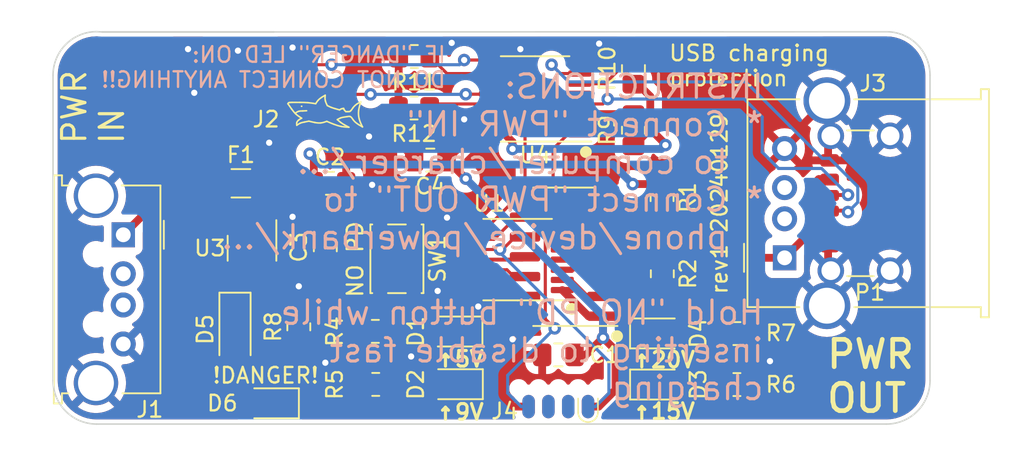
<source format=kicad_pcb>
(kicad_pcb (version 20221018) (generator pcbnew)

  (general
    (thickness 1.6)
  )

  (paper "A4")
  (layers
    (0 "F.Cu" signal)
    (31 "B.Cu" signal)
    (32 "B.Adhes" user "B.Adhesive")
    (33 "F.Adhes" user "F.Adhesive")
    (34 "B.Paste" user)
    (35 "F.Paste" user)
    (36 "B.SilkS" user "B.Silkscreen")
    (37 "F.SilkS" user "F.Silkscreen")
    (38 "B.Mask" user)
    (39 "F.Mask" user)
    (40 "Dwgs.User" user "User.Drawings")
    (41 "Cmts.User" user "User.Comments")
    (42 "Eco1.User" user "User.Eco1")
    (43 "Eco2.User" user "User.Eco2")
    (44 "Edge.Cuts" user)
    (45 "Margin" user)
    (46 "B.CrtYd" user "B.Courtyard")
    (47 "F.CrtYd" user "F.Courtyard")
    (48 "B.Fab" user)
    (49 "F.Fab" user)
    (50 "User.1" user)
    (51 "User.2" user)
    (52 "User.3" user)
    (53 "User.4" user)
    (54 "User.5" user)
    (55 "User.6" user)
    (56 "User.7" user)
    (57 "User.8" user)
    (58 "User.9" user)
  )

  (setup
    (stackup
      (layer "F.SilkS" (type "Top Silk Screen"))
      (layer "F.Paste" (type "Top Solder Paste"))
      (layer "F.Mask" (type "Top Solder Mask") (thickness 0.01))
      (layer "F.Cu" (type "copper") (thickness 0.035))
      (layer "dielectric 1" (type "core") (thickness 1.51) (material "FR4") (epsilon_r 4.5) (loss_tangent 0.02))
      (layer "B.Cu" (type "copper") (thickness 0.035))
      (layer "B.Mask" (type "Bottom Solder Mask") (thickness 0.01))
      (layer "B.Paste" (type "Bottom Solder Paste"))
      (layer "B.SilkS" (type "Bottom Silk Screen"))
      (copper_finish "HAL lead-free")
      (dielectric_constraints no)
    )
    (pad_to_mask_clearance 0)
    (pcbplotparams
      (layerselection 0x00010fc_ffffffff)
      (plot_on_all_layers_selection 0x0000000_00000000)
      (disableapertmacros false)
      (usegerberextensions false)
      (usegerberattributes true)
      (usegerberadvancedattributes true)
      (creategerberjobfile true)
      (dashed_line_dash_ratio 12.000000)
      (dashed_line_gap_ratio 3.000000)
      (svgprecision 4)
      (plotframeref false)
      (viasonmask false)
      (mode 1)
      (useauxorigin false)
      (hpglpennumber 1)
      (hpglpenspeed 20)
      (hpglpendiameter 15.000000)
      (dxfpolygonmode true)
      (dxfimperialunits true)
      (dxfusepcbnewfont true)
      (psnegative false)
      (psa4output false)
      (plotreference true)
      (plotvalue true)
      (plotinvisibletext false)
      (sketchpadsonfab false)
      (subtractmaskfromsilk false)
      (outputformat 1)
      (mirror false)
      (drillshape 0)
      (scaleselection 1)
      (outputdirectory "./gerbers/")
    )
  )

  (net 0 "")
  (net 1 "GND")
  (net 2 "VCC")
  (net 3 "/LED_5V")
  (net 4 "Net-(D1-A)")
  (net 5 "/LED_9V")
  (net 6 "Net-(D2-A)")
  (net 7 "/LED_15V")
  (net 8 "Net-(D3-A)")
  (net 9 "/LED_20V")
  (net 10 "Net-(D4-A)")
  (net 11 "Net-(D5-A)")
  (net 12 "Net-(D6-K)")
  (net 13 "VAA")
  (net 14 "unconnected-(J1-D--Pad2)")
  (net 15 "unconnected-(J1-D+-Pad3)")
  (net 16 "/CC1_UFP")
  (net 17 "/CC2_UFP")
  (net 18 "unconnected-(J3-D--Pad2)")
  (net 19 "unconnected-(J3-D+-Pad3)")
  (net 20 "unconnected-(J4-Pin_2-Pad2)")
  (net 21 "unconnected-(J4-Pin_3-Pad3)")
  (net 22 "/RX")
  (net 23 "/TX")
  (net 24 "unconnected-(J4-Pin_7-Pad7)")
  (net 25 "/UPDI")
  (net 26 "/CC_DFP")
  (net 27 "/VCONN_DFP")
  (net 28 "VDD")
  (net 29 "+4V")
  (net 30 "Net-(U4-S1B)")
  (net 31 "Net-(U4-S2B)")
  (net 32 "Net-(U4-S3B)")
  (net 33 "Net-(U4-S4B)")
  (net 34 "unconnected-(U1-PA6-Pad4)")
  (net 35 "/~{EN}")
  (net 36 "/SEL")
  (net 37 "unconnected-(U2-PA6-Pad4)")
  (net 38 "unconnected-(U3-NC-Pad4)")
  (net 39 "/CC1")
  (net 40 "/CC2")
  (net 41 "unconnected-(J4-Pin_6-Pad6)")
  (net 42 "/PDEN")

  (footprint "Resistor_SMD:R_0805_2012Metric_Pad1.20x1.40mm_HandSolder" (layer "F.Cu") (at 197.6812 72.4314))

  (footprint "Resistor_SMD:R_0805_2012Metric_Pad1.20x1.40mm_HandSolder" (layer "F.Cu") (at 192.9 68.6 -90))

  (footprint "Resistor_SMD:R_0805_2012Metric_Pad1.20x1.40mm_HandSolder" (layer "F.Cu") (at 177.0036 54.674332 180))

  (footprint "Button_Switch_SMD:SW_SPST_PTS810" (layer "F.Cu") (at 175.8876 67.6391 -90))

  (footprint "Resistor_SMD:R_0805_2012Metric_Pad1.20x1.40mm_HandSolder" (layer "F.Cu") (at 174.5061 72.2906 180))

  (footprint "LED_SMD:LED_0805_2012Metric_Pad1.15x1.40mm_HandSolder" (layer "F.Cu") (at 192.6938 72.4234))

  (footprint "usbcondom:SOIC_clipProgSmall" (layer "F.Cu") (at 186.2336 77.8612))

  (footprint "Resistor_SMD:R_0805_2012Metric_Pad1.20x1.40mm_HandSolder" (layer "F.Cu") (at 191.05 55.45 -90))

  (footprint "LED_SMD:LED_0805_2012Metric_Pad1.15x1.40mm_HandSolder" (layer "F.Cu") (at 179.5349 75.6782 180))

  (footprint "Resistor_SMD:R_0805_2012Metric_Pad1.20x1.40mm_HandSolder" (layer "F.Cu") (at 174.5315 75.6898 180))

  (footprint "usbcondom:USB_A_Multicomp_Pro_MC32603_Horizontal" (layer "F.Cu") (at 158.35 66.1 -90))

  (footprint "Package_TO_SOT_SMD:SOT-23-5" (layer "F.Cu") (at 166.6 66.9625 -90))

  (footprint "Capacitor_SMD:C_0805_2012Metric_Pad1.18x1.45mm_HandSolder" (layer "F.Cu") (at 186.2375 73.8 180))

  (footprint "Resistor_SMD:R_0805_2012Metric_Pad1.20x1.40mm_HandSolder" (layer "F.Cu") (at 176.9876 57.976332 180))

  (footprint "Package_SO:SOIC-14_3.9x8.7mm_P1.27mm" (layer "F.Cu") (at 186.575 67.51 180))

  (footprint "Capacitor_SMD:C_0805_2012Metric_Pad1.18x1.45mm_HandSolder" (layer "F.Cu") (at 178.030164 61.313532 180))

  (footprint "Fuse:Fuse_1206_3216Metric_Pad1.42x1.75mm_HandSolder" (layer "F.Cu") (at 165.8875 62.8))

  (footprint "Resistor_SMD:R_0805_2012Metric_Pad1.20x1.40mm_HandSolder" (layer "F.Cu") (at 192.8832 63.7176 -90))

  (footprint "usbcondom:shork" (layer "F.Cu") (at 171.35 58.35))

  (footprint "usbcondom:USB_C_Plug_Adafruit-4932" (layer "F.Cu") (at 162.5 57.9 180))

  (footprint "Package_SO:TSSOP-14_4.4x5mm_P0.65mm" (layer "F.Cu") (at 183.6251 67.6924 180))

  (footprint "Capacitor_SMD:C_0805_2012Metric_Pad1.18x1.45mm_HandSolder" (layer "F.Cu") (at 171.6 62.8))

  (footprint "Resistor_SMD:R_0805_2012Metric_Pad1.20x1.40mm_HandSolder" (layer "F.Cu") (at 191.05 59.4 -90))

  (footprint "Resistor_SMD:R_0805_2012Metric_Pad1.20x1.40mm_HandSolder" (layer "F.Cu") (at 197.6812 75.7))

  (footprint "Package_SO:TSSOP-16_4.4x5mm_P0.65mm" (layer "F.Cu") (at 184.745936 57.391 180))

  (footprint "Capacitor_SMD:C_0805_2012Metric_Pad1.18x1.45mm_HandSolder" (layer "F.Cu") (at 171.3 66.9 90))

  (footprint "LED_SMD:LED_0805_2012Metric_Pad1.15x1.40mm_HandSolder" (layer "F.Cu") (at 167.7458 76.9022 180))

  (footprint "Diode_SMD:D_SOD-123" (layer "F.Cu") (at 165.5106 72.1698 -90))

  (footprint "LED_SMD:LED_0805_2012Metric_Pad1.15x1.40mm_HandSolder" (layer "F.Cu") (at 179.5095 72.3 180))

  (footprint "Resistor_SMD:R_0805_2012Metric_Pad1.20x1.40mm_HandSolder" (layer "F.Cu") (at 169.6 72 90))

  (footprint "usbcondom:USB_C_Receptacle_GCT_USB4125-xx-x_6P_CircularHole_TopMnt_Horizontal" (layer "F.Cu") (at 206.7 64.08 90))

  (footprint "Connector_USB:USB_A_Molex_67643_Horizontal" (layer "F.Cu") (at 200.7372 67.5764 90))

  (footprint "LED_SMD:LED_0805_2012Metric_Pad1.15x1.40mm_HandSolder" (layer "F.Cu") (at 192.6938 75.7))

  (gr_circle (center 187.1 70.85) (end 187.404138 70.85)
    (stroke (width 0.15) (type solid)) (fill solid) (layer "F.SilkS") (tstamp 6783e8b9-2372-4abc-81e4-f37198a68a5e))
  (gr_circle (center 190 72.6) (end 190.304138 72.6)
    (stroke (width 0.15) (type solid)) (fill solid) (layer "F.SilkS") (tstamp ea36f182-5a67-416f-a956-fb41b4132e4d))
  (gr_circle (center 188 60.8) (end 188.304138 60.8)
    (stroke (width 0.15) (type solid)) (fill solid) (layer "F.SilkS") (tstamp fc9a7876-b634-4877-afa7-113421d0b734))
  (gr_arc (start 153.8478 55.874456) (mid 154.666144 53.8988) (end 156.6418 53.080456)
    (stroke (width 0.1) (type default)) (layer "Edge.Cuts") (tstamp 53273124-c3e6-44f5-9bd7-97198e782a53))
  (gr_line (start 210.058 75.438) (end 210.058 55.88)
    (stroke (width 0.1) (type default)) (layer "Edge.Cuts") (tstamp 5653b0e1-7751-42b6-9640-c4c5bf589fb1))
  (gr_line (start 207.264 78.232) (end 156.6418 78.232)
    (stroke (width 0.1) (type default)) (layer "Edge.Cuts") (tstamp 56736251-5a20-40d3-9e50-dc3b6a07ae60))
  (gr_line (start 157 53.1) (end 156.6418 53.080456)
    (stroke (width 0.1) (type default)) (layer "Edge.Cuts") (tstamp 58f52d9e-fca8-411b-9a29-3c0c3c579ebf))
  (gr_arc (start 207.264 53.086) (mid 209.239656 53.904344) (end 210.058 55.88)
    (stroke (width 0.1) (type default)) (layer "Edge.Cuts") (tstamp 83da3503-04c7-48c8-97d0-a450e19afc4b))
  (gr_line (start 153.8478 75.438) (end 153.8478 55.874456)
    (stroke (width 0.1) (type default)) (layer "Edge.Cuts") (tstamp b31c3b37-2ecf-4d08-a06a-e448592c5d3b))
  (gr_arc (start 210.058 75.438) (mid 209.239656 77.413656) (end 207.264 78.232)
    (stroke (width 0.1) (type default)) (layer "Edge.Cuts") (tstamp cb5e6802-b4ec-4b09-9f1c-62c1ffbcb2c0))
  (gr_arc (start 156.6418 78.232) (mid 154.666144 77.413656) (end 153.8478 75.438)
    (stroke (width 0.1) (type default)) (layer "Edge.Cuts") (tstamp e2a8c551-5af7-43bd-b9b4-e9d6427bfc82))
  (gr_line (start 207.264 53.086) (end 168 53.1)
    (stroke (width 0.1) (type default)) (layer "Edge.Cuts") (tstamp ee34218b-7d08-432f-8913-88c4d323ad18))
  (gr_text "IF {dblquote}DANGER{dblquote} LED ON:\nDO NOT CONNECT ANYTHING!!" (at 179.1 56.75) (layer "B.SilkS") (tstamp 7c583864-b85f-4192-9f3a-79b1bc0506a4)
    (effects (font (size 1 1) (thickness 0.15)) (justify left bottom mirror))
  )
  (gr_text "INSTRUCTIONS:\n* Connect {dblquote}PWR IN{dblquote}\n  to computer/charger/...\n* Connect {dblquote}PWR OUT{dblquote} to\n  phone/device/powerbank/...\n\nHold {dblquote}NO PD{dblquote} button while\ninserting to disable fast\ncharging" (at 199.5 76.8) (layer "B.SilkS") (tstamp 8813acff-fdff-400b-93e9-902ac6ea9a25)
    (effects (font (size 1.5 1.5) (thickness 0.2)) (justify left bottom mirror))
  )
  (gr_text "PWR\nIN" (at 158.5 60.4 90) (layer "F.SilkS") (tstamp 26b3f37f-7b45-4082-a446-463a6f92ce12)
    (effects (font (size 1.5 1.5) (thickness 0.2)) (justify left bottom))
  )
  (gr_text "↑15V" (at 190.8338 78) (layer "F.SilkS") (tstamp 2a784094-f974-4b8b-b37e-825f5dede634)
    (effects (font (size 1 1) (thickness 0.2) bold) (justify left bottom))
  )
  (gr_text "↑20V" (at 190.8338 74.7) (layer "F.SilkS") (tstamp 31ec0422-f418-4e59-b483-8bfa71236b97)
    (effects (font (size 1 1) (thickness 0.2) bold) (justify left bottom))
  )
  (gr_text "PWR\nOUT" (at 203.3 77.6) (layer "F.SilkS") (tstamp 55f7c5e7-3168-4d31-acf4-4f45f66f3d21)
    (effects (font (size 1.75 1.75) (thickness 0.3)) (justify left bottom))
  )
  (gr_text "!DANGER!" (at 164 75.7) (layer "F.SilkS") (tstamp 5fbbb765-ca4a-481c-a513-18bfc933c3f9)
    (effects (font (size 1 1) (thickness 0.15)) (justify left bottom))
  )
  (gr_text "NO PD" (at 173.8 70.2 90) (layer "F.SilkS") (tstamp 95a15b17-d7b8-4ea2-9ec4-c59198b12028)
    (effects (font (size 1 1) (thickness 0.15)) (justify left bottom))
  )
  (gr_text "USB charging\nprotection" (at 193.25 56.65) (layer "F.SilkS") (tstamp b63671bb-e978-4cb2-a1db-42b965911aba)
    (effects (font (size 1 1) (thickness 0.15)) (justify left bottom))
  )
  (gr_text "rev1 20240129" (at 197.15 70 90) (layer "F.SilkS") (tstamp d02448e8-e06e-4233-a1c3-6ddd845eeae0)
    (effects (font (size 1 1) (thickness 0.15)) (justify left bottom))
  )
  (gr_text "↑9V" (at 178.25 78.05) (layer "F.SilkS") (tstamp d9506174-64fd-46dc-8b40-8ec6c8c2e810)
    (effects (font (size 1 1) (thickness 0.2) bold) (justify left bottom))
  )
  (gr_text "↑5V" (at 178.25 74.65) (layer "F.SilkS") (tstamp e059d944-5164-4685-9433-da372a7afdfd)
    (effects (font (size 1 1) (thickness 0.2) bold) (justify left bottom))
  )

  (segment (start 189.084 54.084) (end 188.85 53.85) (width 0.5) (layer "F.Cu") (net 1) (tstamp 0b810aa3-e09e-4f76-ab31-483a4776489a))
  (segment (start 187.608436 55.116) (end 189.084 55.116) (width 0.2) (layer "F.Cu") (net 1) (tstamp 0cd9cb74-3e25-4c96-badf-09f29d49be7d))
  (segment (start 176.0036 56.362068) (end 176.0036 57.960332) (width 0.3) (layer "F.Cu") (net 1) (tstamp 16355256-3ad4-4d07-8efd-1c5dee0c8bd6))
  (segment (start 159.21 60.81) (end 156.99 63.03) (width 0.2) (layer "F.Cu") (net 1) (tstamp 1dc1ab25-72c8-47b4-ba2f-90cdf1da8451))
  (segment (start 160.25 58.8) (end 160.25 56.8) (width 0.2) (layer "F.Cu") (net 1) (tstamp 20d9fa5a-acbc-4f05-8e36-3cc78e0b6584))
  (segment (start 175.9876 57.976332) (end 175.9876 60.308468) (width 0.3) (layer "F.Cu") (net 1) (tstamp 2878702f-45aa-43ad-b3fb-151a43873985))
  (segment (start 159.227 57.673) (end 159.2 57.7) (width 0.2) (layer "F.Cu") (net 1) (tstamp 3dff52a8-2066-4219-b329-73cc171efd4e))
  (segment (start 159.2 58.7) (end 159.2 60.8) (width 0.2) (layer "F.Cu") (net 1) (tstamp 3f9a0a5a-af2c-4a3c-85f9-0f6fbffedbd1))
  (segment (start 173.5315 75.6898) (end 173.5315 72.316) (width 0.5) (layer "F.Cu") (net 1) (tstamp 410a5d5b-f99c-4ece-b92d-b73e5164cf1e))
  (segment (start 160.25 57.9) (end 160.023 57.673) (width 0.2) (layer "F.Cu") (net 1) (tstamp 420ead77-fa92-46a1-a1e1-6587c1f119b7))
  (segment (start 174.8126 65.5641) (end 174.8126 69.7141) (width 0.5) (layer "F.Cu") (net 1) (tstamp 55d781d6-3e9d-4c32-aed9-4382f40e5657))
  (segment (start 189.084 54.216) (end 189.084 54.084) (width 0.5) (layer "F.Cu") (net 1) (tstamp 645fe31d-b94a-4ba1-aeac-9c79475e1055))
  (segment (start 203.5252 61.301) (end 203.5252 59.811) (width 0.5) (layer "F.Cu") (net 1) (tstamp 6de4a11e-4461-4852-8eb6-46e556afa361))
  (segment (start 160.25 56.8) (end 161 56.05) (width 0.2) (layer "F.Cu") (net 1) (tstamp 73f1dcd7-a945-43ee-8b63-31b972cc257f))
  (segment (start 160.023 57.673) (end 159.227 57.673) (width 0.2) (layer "F.Cu") (net 1) (tstamp 770d89f8-2206-448e-913d-96db443da045))
  (segment (start 167.05 54.3) (end 164.5 54.3) (width 0.2) (layer "F.Cu") (net 1) (tstamp 8056e91b-1957-45e5-9246-e84a18b7411e))
  (segment (start 160.25 58.8) (end 160.25 59.77) (width 0.2) (layer "F.Cu") (net 1) (tstamp 8e9c1470-36f3-4ce3-94e3-52466802db06))
  (segment (start 160.25 58.8) (end 160.25 57.9) (width 0.2) (layer "F.Cu") (net 1) (tstamp 92886064-c92a-471e-9b60-925448aab8ad))
  (segment (start 176.0036 54.674332) (end 176.0036 56.257396) (width 0.3) (layer "F.Cu") (net 1) (tstamp 97ef9ff9-1e0a-4dc4-ba7b-8c0e7c7eb4d9))
  (segment (start 159.2 60.8) (end 159.21 60.81) (width 0.2) (layer "F.Cu") (net 1) (tstamp a8bd0220-fda5-4adb-9688-82f7e157b6db))
  (segment (start 175.9876 60.308468) (end 176.992664 61.313532) (width 0.3) (layer "F.Cu") (net 1) (tstamp bc8161fe-8bbc-492b-a7eb-cc1cbd92b424))
  (segment (start 159.2 57.7) (end 159.2 58.7) (width 0.2) (layer "F.Cu") (net 1) (tstamp bdc19b04-c8a1-4c6c-80bc-2630141e04d8))
  (segment (start 203.5252 66.801) (end 203.5252 68.291) (width 0.5) (layer "F.Cu") (net 1) (tstamp c1ec211c-1bd8-4fb1-9bda-2605fbe6286e))
  (segment (start 160.25 59.77) (end 159.21 60.81) (width 0.2) (layer "F.Cu") (net 1) (tstamp c222c75b-72ec-45b2-9f6f-57ac45e00d67))
  (segment (start 189.084 55.116) (end 189.084 54.216) (width 0.2) (layer "F.Cu") (net 1) (tstamp d936fd2a-486a-497a-982f-f69a02d3723c))
  (via (at 180.2 58.7) (size 0.8) (drill 0.4) (layers "F.Cu" "B.Cu") (free) (net 1) (tstamp 0986c913-4f74-4f50-80b6-40d4803b866d))
  (via (at 169.2 64.95) (size 0.8) (drill 0.4) (layers "F.Cu" "B.Cu") (free) (net 1) (tstamp 09c9a45a-bee1-4616-ad89-09c7c5a8617f))
  (via (at 162.5 54.2) (size 0.8) (drill 0.4) (layers "F.Cu" "B.Cu") (free) (net 1) (tstamp 0ac9df2a-07ad-4ce1-9f0a-646923545b31))
  (via (at 174.3 62.9) (size 0.8) (drill 0.4) (layers "F.Cu" "B.Cu") (free) (net 1) (tstamp 0b2bdd7b-9cba-442d-a924-9bfd74dcc989))
  (via (at 178.5 69.7) (size 0.8) (drill 0.4) (layers "F.Cu" "B.Cu") (free) (net 1) (tstamp 12831721-1c26-416a-828b-8ae22a6b67e5))
  (via (at 183.8 54.2) (size 0.8) (drill 0.4) (layers "F.Cu" "B.Cu") (free) (net 1) (tstamp 44317d03-8a80-4f8e-afeb-ef1f78811f2f))
  (via (at 167.7 60.2) (size 0.8) (drill 0.4) (layers "F.Cu" "B.Cu") (free) (net 1) (tstamp 45349644-0d19-4409-a364-c50faf7977b1))
  (via (at 183.3 72.8) (size 0.8) (drill 0.4) (layers "F.Cu" "B.Cu") (free) (net 1) (tstamp 5825649e-44b6-4d94-90e4-d9735b2b2cca))
  (via (at 162.9 57) (size 0.8) (drill 0.4) (layers "F.Cu" "B.Cu") (free) (net 1) (tstamp 6bbc70c8-76fc-4219-9d33-95a60965bf45))
  (via (at 174.1 59.8) (size 0.8) (drill 0.4) (layers "F.Cu" "B.Cu") (free) (net 1) (tstamp 71a3e5dc-2506-41d6-beb9-2247384ace7b))
  (via (at 176.8 73.9) (size 0.8) (drill 0.4) (layers "F.Cu" "B.Cu") (free) (net 1) (tstamp 9dbb14d1-bf46-484e-bb30-5387c6fb2005))
  (via (at 169.2 54.1) (size 0.8) (drill 0.4) (layers "F.Cu" "B.Cu") (free) (net 1) (tstamp b44e9bea-1613-40eb-8f0a-ed9dd2fa4d23))
  (via (at 188.85 53.85) (size 0.8) (drill 0.4) (layers "F.Cu" "B.Cu") (free) (net 1) (tstamp bcf16a39-bd5d-4835-be8e-971d5a585cce))
  (via (at 199.8 74.2) (size 0.8) (drill 0.4) (layers "F.Cu" "B.Cu") (net 1) (tstamp bcf2cb32-3065-42dd-840f-dc1c7710caff))
  (via (at 169.6 69.4) (size 0.8) (drill 0.4) (layers "F.Cu" "B.Cu") (free) (net 1) (tstamp c9bc9025-180f-4a7e-8388-87ad99cac447))
  (via (at 179.1 65) (size 0.8) (drill 0.4) (layers "F.Cu" "B.Cu") (free) (net 1) (tstamp da578480-d0a5-40e6-a0d7-01df4a7a51c4))
  (via (at 165.7 54.3) (size 0.8) (drill 0.4) (layers "F.Cu" "B.Cu") (free) (net 1) (tstamp de49fb35-7632-4bca-a35c-5c47b930279c))
  (via (at 171.3 74.3) (size 0.8) (drill 0.4) (layers "F.Cu" "B.Cu") (free) (net 1) (tstamp e83beff4-6a19-419a-af7a-aa566d9a6d4b))
  (via (at 181.1 70.7) (size 0.8) (drill 0.4) (layers "F.Cu" "B.Cu") (free) (net 1) (tstamp ea29ab0e-673c-45b0-a4d6-f01008a85255))
  (via (at 179.4 53.8) (size 0.8) (drill 0.4) (layers "F.Cu" "B.Cu") (free) (net 1) (tstamp ff48e91b-73e2-4943-8ae0-e7ff9ecf42a1))
  (segment (start 203.6052 68.371) (end 203.6052 70.4884) (width 0.3) (layer "B.Cu") (net 1) (tstamp 694199c4-d84c-4fae-8811-4063abb4ebb1))
  (segment (start 197.742 67.5764) (end 192.8832 62.7176) (width 0.5) (layer "F.Cu") (net 2) (tstamp 00ea0cc8-7c15-4056-a188-247320987945))
  (segment (start 170.5625 61.1625) (end 170.3 60.9) (width 0.5) (layer "F.Cu") (net 2) (tstamp 1cd732d9-18d5-4c98-a0a8-ecd705726b86))
  (segment (start 165.9 66.9) (end 165.65 66.65) (width 0.5) (layer "F.Cu") (net 2) (tstamp 24713877-0faf-4f6c-9305-dd48531df364))
  (segment (start 203.5252 65.571) (end 202.7426 65.571) (width 0.25) (layer "F.Cu") (net 2) (tstamp 275182b9-8a0c-4ac5-bfe3-36c1835c4b0c))
  (segment (start 165.65 66.65) (end 165.65 65.825) (width 0.5) (layer "F.Cu") (net 2) (tstamp 304149f0-67bd-4aa4-b41c-35a7eda3334d))
  (segment (start 166.5 66.9) (end 165.9 66.9) (width 0.5) (layer "F.Cu") (net 2) (tstamp 35e571a7-7551-4394-87cc-1bf0587384ad))
  (segment (start 200.7372 67.5764) (end 197.742 67.5764) (width 0.5) (layer "F.Cu") (net 2) (tstamp 43e68231-5ef8-4322-8d1c-87d837e77227))
  (segment (start 202.9252 62.531) (end 202.4752 62.981) (width 0.5) (layer "F.Cu") (net 2) (tstamp 45320c9a-22e6-4a7f-bbe5-decd93f5edfe))
  (segment (start 167.55 65.825) (end 167.55 62.975) (width 0.5) (layer "F.Cu") (net 2) (tstamp 53eb571e-9893-420a-bba3-49615b4194e6))
  (segment (start 167.55 65.825) (end 167.55 66.4875) (width 0.5) (layer "F.Cu") (net 2) (tstamp 640b0ec3-1da8-4d22-aaab-317c26db545b))
  (segment (start 202.4752 62.981) (end 202.4752 65.121) (width 0.5) (layer "F.Cu") (net 2) (tstamp 77b2e9b6-d9a4-4157-8702-1649a2906e24))
  (segment (start 165.5106 70.5198) (end 166.5 69.5304) (width 0.5) (layer "F.Cu") (net 2) (tstamp 7ad9b4e6-bd52-4340-b369-32f07ece969b))
  (segment (start 167.55 66.4875) (end 167.1375 66.9) (width 0.5) (layer "F.Cu") (net 2) (tstamp 8a58a85c-65f2-42d9-8c5f-591764ba7263))
  (segment (start 202.4752 65.121) (end 202.9252 65.571) (width 0.5) (layer "F.Cu") (net 2) (tstamp ae859fcb-b637-40c2-8521-53f94878da28))
  (segment (start 191 62.85) (end 192.7508 62.85) (width 0.5) (layer "F.Cu") (net 2) (tstamp b916415d-fb6b-424d-952a-0e216da92c21))
  (segment (start 203.5252 62.531) (end 202.9252 62.531) (width 0.5) (layer "F.Cu") (net 2) (tstamp c613ecdd-401b-4c6c-9b16-db3cf807161c))
  (segment (start 192.7508 62.85) (end 192.8832 62.7176) (width 0.5) (layer "F.Cu") (net 2) (tstamp c9b6a8f9-15c9-4d2d-a2ea-1ae5fb1a6c9a))
  (segment (start 202.9252 65.571) (end 203.5252 65.571) (width 0.5) (layer "F.Cu") (net 2) (tstamp e5dca9f5-32a1-4e70-83f9-0497ce5f95da))
  (segment (start 200.7372 67.5764) (end 202.689826 65.623774) (width 0.5) (layer "F.Cu") (net 2) (tstamp e6d6aa89-c7bf-466d-b94a-c9f5079a4cc0))
  (segment (start 167.1375 66.9) (end 166.5 66.9) (width 0.5) (layer "F.Cu") (net 2) (tstamp eb0b15e0-54b9-4ab3-8d41-40af090ce025))
  (segment (start 166.5 69.5304) (end 166.5 66.9) (width 0.5) (layer "F.Cu") (net 2) (tstamp f332632d-9a89-4849-a097-c5bf2da5bc82))
  (segment (start 170.5625 62.8) (end 170.5625 61.1625) (width 0.5) (layer "F.Cu") (net 2) (tstamp f90dad85-61a6-4d58-b0b8-5d33a6f51500))
  (segment (start 167.375 62.8) (end 170.5625 62.8) (width 0.5) (layer "F.Cu") (net 2) (tstamp fe3378b6-264c-435a-8618-e11208d29835))
  (via (at 170.3 60.9) (size 0.8) (drill 0.4) (layers "F.Cu" "B.Cu") (net 2) (tstamp 7b78cf5e-58b9-49a4-bf53-bdc65bdf019d))
  (via (at 191 62.85) (size 0.8) (drill 0.4) (layers "F.Cu" "B.Cu") (net 2) (tstamp b4838f4f-e3e9-452f-8f63-a44738604868))
  (segment (start 188.65 61.6) (end 171 61.6) (width 0.5) (layer "B.Cu") (net 2) (tstamp 19ad7943-4493-49a7-8383-a5592ac018df))
  (segment (start 171 61.6) (end 170.3 60.9) (width 0.5) (layer "B.Cu") (net 2) (tstamp 887d84ec-34bf-46a5-8c42-c073de8833d2))
  (segment (start 188.65 61.6) (end 189.75 61.6) (width 0.5) (layer "B.Cu") (net 2) (tstamp 8a2401d6-ac8b-4e17-8918-2b4ebb030812))
  (segment (start 189.75 61.6) (end 191 62.85) (width 0.5) (layer "B.Cu") (net 2) (tstamp bbe98ee8-16b9-4a63-adde-9333b4b965a3))
  (segment (start 182.9424 68.3424) (end 180.7626 68.3424) (width 0.2) (layer "F.Cu") (net 3) (tstamp 17db3f41-4e67-44f5-b0e2-b785d46f5b44))
  (segment (start 179.7 71.4655) (end 180.5345 72.3) (width 0.2) (layer "F.Cu") (net 3) (tstamp 29fcc567-caa5-4fe6-8bc2-5b7e79b84ee8))
  (segment (start 180.0251 68.3424) (end 179.7 68.6675) (width 0.2) (layer "F.Cu") (net 3) (tstamp 5a5d71a8-9a61-4daa-8569-76a10d64626a))
  (segment (start 179.7 68.6675) (end 179.7 71.4655) (width 0.2) (layer "F.Cu") (net 3) (tstamp 9e68b566-039c-4239-847b-668be40732e0))
  (segment (start 180.7626 68.3424) (end 180.0251 68.3424) (width 0.2) (layer "F.Cu") (net 3) (tstamp a63eed02-0081-4877-a652-8b54b48a2808))
  (segment (start 183.38 68.78) (end 182.9424 68.3424) (width 0.2) (layer "F.Cu") (net 3) (tstamp f5fd8a2a-47a4-45fc-bfee-292c9142164f))
  (segment (start 178.4845 72.3) (end 175.5155 72.3) (width 0.5) (layer "F.Cu") (net 4) (tstamp 2346f1d4-0c85-45a9-906b-736cf28a6b96))
  (segment (start 182.1 74.1381) (end 180.5599 75.6782) (width 0.2) (layer "F.Cu") (net 5) (tstamp 265c6948-4067-430d-a5c3-c42306877a32))
  (segment (start 182.1 71.075) (end 182.1 74.1381) (width 0.2) (layer "F.Cu") (net 5) (tstamp 2e288acc-5eac-426c-b269-bf5845badeb0))
  (segment (start 182.3924 68.9924) (end 180.7626 68.9924) (width 0.2) (layer "F.Cu") (net 5) (tstamp b9d6ddca-771f-46b9-bcc0-51e250ae7429))
  (segment (start 183.45 70.05) (end 182.3924 68.9924) (width 0.2) (layer "F.Cu") (net 5) (tstamp d9d62980-e74b-46e7-ba66-9d72e9db452a))
  (segment (start 184.1 70.05) (end 183.125 70.05) (width 0.2) (layer "F.Cu") (net 5) (tstamp e73237c5-c513-42ce-8185-19c693efd3a2))
  (segment (start 183.125 70.05) (end 182.1 71.075) (width 0.2) (layer "F.Cu") (net 5) (tstamp fccf5a6c-3daf-419c-af12-39eb24cc2360))
  (segment (start 175.5315 75.6898) (end 178.4983 75.6898) (width 0.5) (layer "F.Cu") (net 6) (tstamp 67df612d-67ca-424a-81cd-0d9ac1f0bf13))
  (segment (start 189.05 70.05) (end 188.15 70.05) (width 0.2) (layer "F.Cu") (net 7) (tstamp 47526bab-e90e-485d-bc60-2f27e65f0067))
  (segment (start 189.05 70.05) (end 190.025 70.05) (width 0.2) (layer "F.Cu") (net 7) (tstamp 5aa2ebe3-9d39-4151-bb6b-7f8db607b79e))
  (segment (start 190.6 74.6312) (end 191.6688 75.7) (width 0.2) (layer "F.Cu") (net 7) (tstamp 6d3d31e5-f651-4b4c-a13c-4bf45ce6e56b))
  (segment (start 190.025 70.05) (end 190.6 70.625) (width 0.2) (layer "F.Cu") (net 7) (tstamp 8ce5d33d-55e0-46a4-bc53-9070c7efe15f))
  (segment (start 188.15 70.05) (end 187.0924 68.9924) (width 0.2) (layer "F.Cu") (net 7) (tstamp 8d20f100-b3cb-467a-a207-09adfa636af6))
  (segment (start 190.6 70.625) (end 190.6 74.6312) (width 0.2) (layer "F.Cu") (net 7) (tstamp f9d74b6e-ae3a-4c72-924a-1c6e4512062f))
  (segment (start 193.7188 75.7) (end 196.6812 75.7) (width 0.5) (layer "F.Cu") (net 8) (tstamp d93714f8-8fa0-4fb1-a400-54d556d7b372))
  (segment (start 189.05 68.78) (end 190.025 68.78) (width 0.2) (layer "F.Cu") (net 9) (tstamp 24013638-ae7a-4742-95e7-c4b5f76efe5b))
  (segment (start 190.025 68.78) (end 191.6688 70.4238) (width 0.2) (layer "F.Cu") (net 9) (tstamp 62cda687-4fbf-4dc5-ad99-875930617092))
  (segment (start 188.28 68.78) (end 187.8424 68.3424) (width 0.2) (layer "F.Cu") (net 9) (tstamp 80cd0cdd-250c-412a-bbef-41a84beb97af))
  (segment (start 191.6688 70.4238) (end 191.6688 72.4234) (width 0.2) (layer "F.Cu") (net 9) (tstamp bad744f7-705b-40a3-b460-9fa44a91cabd))
  (segment (start 187.8424 68.3424) (end 186.4876 68.3424) (width 0.2) (layer "F.Cu") (net 9) (tstamp bb9682d5-8294-4001-8c46-9a51fce5a0f4))
  (segment (start 196.6812 72.4314) (end 193.7268 72.4314) (width 0.5) (layer "F.Cu") (net 10) (tstamp 983b2f3f-9958-43e5-b737-5bad8f7396f4))
  (segment (start 165.5106 73.8198) (end 165.5106 75.692) (width 0.5) (layer "F.Cu") (net 11) (tstamp 01f50e41-713c-44f4-819a-c847627c57c3))
  (segment (start 165.5106 75.692) (end 166.7208 76.9022) (width 0.5) (layer "F.Cu") (net 11) (tstamp 0f104cd9-04aa-4412-8ebe-50813f8a11c9))
  (segment (start 169.6 73) (end 169.6 76.073) (width 0.5) (layer "F.Cu") (net 12) (tstamp bb0ff6ed-4220-4c54-920d-7135ec8a959a))
  (segment (start 169.6 76.073) (end 168.7708 76.9022) (width 0.5) (layer "F.Cu") (net 12) (tstamp f5242d5f-3109-4f5a-8cc5-645093a93259))
  (segment (start 159.7 64.75) (end 159.7 61.7) (width 0.5) (layer "F.Cu") (net 13) (tstamp 0474a061-2d15-42c8-b8cc-942c62b33dcb))
  (segment (start 160.75 58.8) (end 160.75 60.65) (width 0.2) (layer "F.Cu") (net 13) (tstamp 6efbd4c7-6069-48c1-a68e-68f9cbf314a4))
  (segment (start 158.35 66.1) (end 159.7 64.75) (width 0.5) (layer "F.Cu") (net 13) (tstamp 8d0ac6e9-4456-402f-96c3-6c400772307d))
  (segment (start 160.75 60.65) (end 162.25 60.65) (width 0.5) (layer "F.Cu") (net 13) (tstamp 97a1f910-0eda-480a-ac89-a4e2df0061e1))
  (segment (start 162.25 60.65) (end 164.4 62.8) (width 0.5) (layer "F.Cu") (net 13) (tstamp b50c18a1-14c3-43af-9300-3efbd75909ba))
  (segment (start 160.75 60.65) (end 159.7 61.7) (width 0.5) (layer "F.Cu") (net 13) (tstamp d8eda8b7-fe84-4eba-9708-2ea04fab8300))
  (segment (start 180.2 54.9) (end 181.667436 54.9) (width 0.2) (layer "F.Cu") (net 16) (tstamp 29b319b6-c129-4fcf-8e29-70080e9e4eed))
  (segment (start 162.8 55.2) (end 171.7 55.2) (width 0.2) (layer "F.Cu") (net 16) (tstamp 55636efd-9737-4745-96a2-d2c282dc1af0))
  (segment (start 161.75 58.8) (end 161.75 56.961932) (width 0.2) (layer "F.Cu") (net 16) (tstamp 643022d1-5ebd-4569-9318-256cd20ea3e5))
  (segment (start 162.3 55.7) (end 162.8 55.2) (width 0.2) (layer "F.Cu") (net 16) (tstamp c4400f74-ea94-49ab-be22-16752e1f575e))
  (segment (start 162.3 56.411932) (end 162.3 55.7) (width 0.2) (layer "F.Cu") (net 16) (tstamp ca2ba4e1-dbc1-413d-9adb-bbb4bf9f8805))
  (segment (start 181.667436 54.9) (end 181.883436 55.116) (width 0.2) (layer "F.Cu") (net 16) (tstamp e9826785-711b-4034-b3e5-711006421767))
  (segment (start 161.75 56.961932) (end 162.3 56.411932) (width 0.2) (layer "F.Cu") (net 16) (tstamp eb26f478-a392-4fb8-8732-655fa04a8f23))
  (via (at 171.7 55.2) (size 0.8) (drill 0.4) (layers "F.Cu" "B.Cu") (net 16) (tstamp d78e1925-e0f2-4e0b-8cbe-0a3a960baefc))
  (via (at 180.2 54.9) (size 0.8) (drill 0.4) (layers "F.Cu" "B.Cu") (net 16) (tstamp ec5a375d-0180-4441-80c8-8fbf34ce2bf6))
  (segment (start 171.7 55.2) (end 179.9 55.2) (width 0.2) (layer "B.Cu") (net 16) (tstamp 569830c8-94b1-43ea-8075-d327e48539a8))
  (segment (start 179.9 55.2) (end 180.2 54.9) (width 0.2) (layer "B.Cu") (net 16) (tstamp d4bc0d14-813a-4f90-ac63-beea2b51a722))
  (segment (start 180.3 57.0895) (end 181.859936 57.0895) (width 0.2) (layer "F.Cu") (net 17) (tstamp 05eb0919-046d-42d9-a26c-e1663877da53))
  (segment (start 170.827 55.827) (end 172.1 57.1) (width 0.2) (layer "F.Cu") (net 17) (tstamp 24adcf72-d039-4d9f-92f9-accef9c20ad3))
  (segment (start 164.8 57.1) (end 166.1 55.8) (width 0.2) (layer "F.Cu") (net 17) (tstamp 2e717516-4462-42d6-9bc9-39c378af81a7))
  (segment (start 164.08755 57.1) (end 164.8 57.1) (width 0.2) (layer "F.Cu") (net 17) (tstamp 4709c43d-8f39-4371-9c30-efde4ff44d19))
  (segment (start 163.25 57.93755) (end 164.08755 57.1) (width 0.2) (layer "F.Cu") (net 17) (tstamp ab5d8fb6-d03a-42d4-90cd-5c55fa2802e1))
  (segment (start 163.25 58.8) (end 163.25 57.93755) (width 0.2) (layer "F.Cu") (net 17) (tstamp b9dd083f-897d-4523-a3c7-c9914cabd1d1))
  (segment (start 166.1 55.8) (end 166.127 55.827) (width 0.2) (layer "F.Cu") (net 17) (tstamp c252e4e9-af05-42f1-98cd-58e79d903fda))
  (segment (start 172.1 57.1) (end 174.2 57.1) (width 0.2) (layer "F.Cu") (net 17) (tstamp c4020535-b587-4286-a9d1-c73eeffec2f7))
  (segment (start 166.127 55.827) (end 170.827 55.827) (width 0.2) (layer "F.Cu") (net 17) (tstamp e3b99ee6-c693-40f0-992f-470721f6305b))
  (via (at 174.2 57.1) (size 0.8) (drill 0.4) (layers "F.Cu" "B.Cu") (net 17) (tstamp 09f916bb-e80f-41e6-902e-02032c7d4f1e))
  (via (at 180.3 57.0895) (size 0.8) (drill 0.4) (layers "F.Cu" "B.Cu") (net 17) (tstamp 4b0809ce-c403-48fc-a0ab-0d393420c21b))
  (segment (start 180.2895 57.1) (end 180.3 57.0895) (width 0.2) (layer "B.Cu") (net 17) (tstamp 2128d246-aea4-4353-ae93-ecc57e2dc55b))
  (segment (start 174.2 57.1) (end 180.2895 57.1) (width 0.2) (layer "B.Cu") (net 17) (tstamp b463ed76-28eb-433b-9d17-8c6a40fd0810))
  (segment (start 187.1076 66.3924) (end 188.53 64.97) (width 0.2) (layer "F.Cu") (net 22) (tstamp cb76d822-9fa8-469b-b0cc-f6bc4c004aef))
  (segment (start 185.4 71.5) (end 186 72.1) (width 0.2) (layer "F.Cu") (net 23) (tstamp 296577e4-4b71-4c4a-b662-2ff67bb4cc13))
  (segment (start 186.4876 65.7424) (end 187.1576 65.7424) (width 0.2) (layer "F.Cu") (net 23) (tstamp 2d0b7f89-b578-414d-820b-d44e80c56fb2))
  (segment (start 185.7501 65.7424) (end 185.4 66.0925) (width 0.2) (layer "F.Cu") (net 23) (tstamp 5304d0ed-27fc-4c98-b0e1-034c6d0344c3))
  (segment (start 187.5 64.5) (end 188.3 63.7) (width 0.2) (layer "F.Cu") (net 23) (tstamp 5c966a3f-30d3-418c-8dde-c943aa01f6cc))
  (segment (start 186.4876 65.7424) (end 185.7501 65.7424) (width 0.2) (layer "F.Cu") (net 23) (tstamp 6d8c63fc-9ed0-4c9f-92c4-c079aafdbc4d))
  (segment (start 185.4 66.0925) (end 185.4 71.5) (width 0.2) (layer "F.Cu") (net 23) (tstamp 8635d0ed-cb4e-4749-ae87-3ff7d7980cfe))
  (segment (start 187.5 65.3) (end 187.5 64.5) (width 0.2) (layer "F.Cu") (net 23) (tstamp dfb8abda-0ffe-4940-b8ac-bc33e2156df4))
  (segment (start 187.1576 65.6424) (end 187.5 65.3) (width 0.2) (layer "F.Cu") (net 23) (tstamp e1d57536-fd4d-438a-afc4-a4e0668ec6b7))
  (segment (start 187.1576 65.7424) (end 187.1576 65.6424) (width 0.2) (layer "F.Cu") (net 23) (tstamp f925e55f-13b3-4103-acb3-bf130e635e32))
  (via (at 186 72.1) (size 0.8) (drill 0.4) (layers "F.Cu" "B.Cu") (net 23) (tstamp c8744262-78ea-469f-b511-8645945cab49))
  (segment (start 183.852994 77.1112) (end 182.9896 76.247806) (width 0.2) (layer "B.Cu") (net 23) (tstamp 0e2a1c3e-3316-424e-a5e6-70535cde7e81))
  (segment (start 184.3286 77.1112) (end 183.852994 77.1112) (width 0.2) (layer "B.Cu") (net 23) (tstamp 1da428c6-9c62-4cef-b20f-99430c1b4f4e))
  (segment (start 182.9896 75.1104) (end 186 72.1) (width 0.2) (layer "B.Cu") (net 23) (tstamp 26821339-f0af-441f-bfe2-feb5b8b11af6))
  (segment (start 182.9896 76.247806) (end 182.9896 75.1104) (width 0.2) (layer "B.Cu") (net 23) (tstamp 5a3c25e6-4606-405d-9dca-73097da4882e))
  (segment (start 180.7626 67.0424) (end 182.6576 67.0424) (width 0.2) (layer "F.Cu") (net 25) (tstamp 7de9f43b-3de5-4267-855f-8369f304d8d1))
  (segment (start 182.6576 67.0424) (end 183.46 66.24) (width 0.2) (layer "F.Cu") (net 25) (tstamp 9e4354e0-df08-49bb-aace-309efd96cd7a))
  (via (at 182.5 67.0409) (size 0.8) (drill 0.4) (layers "F.Cu" "B.Cu") (net 25) (tstamp 1bc4aca4-89c1-4d3f-9e21-6d51ca299cfd))
  (segment (start 189.4776 76.247806) (end 189.4776 74.2185) (width 0.2) (layer "B.Cu") (net 25) (tstamp 4bc7f68e-89a3-4ccb-b10b-cdae80b18207))
  (segment (start 182.5 67.2409) (end 182.5 67.0409) (width 0.2) (layer "B.Cu") (net 25) (tstamp 767d326c-38e9-42a8-8a0a-f1bf82eaa328))
  (segment (start 189.4776 74.2185) (end 182.5 67.2409) (width 0.2) (layer "B.Cu") (net 25) (tstamp a93c373f-77ee-44b4-84b6-fb754dc649b3))
  (segment (start 188.614206 77.1112) (end 189.4776 76.247806) (width 0.2) (layer "B.Cu") (net 25) (tstamp e52cb14b-85c7-49e7-90a6-aad375994262))
  (segment (start 188.1386 77.1112) (end 188.614206 77.1112) (width 0.2) (layer "B.Cu") (net 25) (tstamp ee3cfcb2-f047-478a-a0fe-93708a7b7dc8))
  (segment (start 186.366 55.766) (end 187.608436 55.766) (width 0.2) (layer "F.Cu") (net 26) (tstamp 0ce328ea-50cf-4abb-b40e-3d22ecd54b87))
  (segment (start 185.8 55.2) (end 186.366 55.766) (width 0.2) (layer "F.Cu") (net 26) (tstamp 3b364370-50c5-49a6-9f9b-fd536e1cebca))
  (segment (start 203.5252 64.551) (end 204.710297 64.551) (width 0.25) (layer "F.Cu") (net 26) (tstamp 5e7c1940-fda8-46e1-a538-b6334318cd21))
  (segment (start 204.710297 64.551) (end 204.8018 64.642503) (width 0.25) (layer "F.Cu") (net 26) (tstamp e13460a8-a493-4432-8380-9b578776cfcc))
  (via (at 185.8 55.2) (size 0.8) (drill 0.4) (layers "F.Cu" "B.Cu") (net 26) (tstamp 9a82a999-1d96-423d-bd54-14e2080e69df))
  (via (at 204.8018 64.642503) (size 0.8) (drill 0.4) (layers "F.Cu" "B.Cu") (net 26) (tstamp d8cae700-6e24-4294-bbf6-5977f7cccd37))
  (segment (start 198.25 56.3) (end 186.9 56.3) (width 0.2) (layer "B.Cu") (net 26) (tstamp 07eb2620-3f05-403b-892e-56297017eaf3))
  (segment (start 186.9 56.3) (end 185.8 55.2) (width 0.2) (layer "B.Cu") (net 26) (tstamp 5f4dc2e0-670e-44fc-9702-995f525024ee))
  (segment (start 203.15 61.2) (end 198.25 56.3) (width 0.2) (layer "B.Cu") (net 26) (tstamp 723f7efd-d66e-47f1-85e6-83f730fcc888))
  (segment (start 203.618538 61.2) (end 203.15 61.2) (width 0.2) (layer "B.Cu") (net 26) (tstamp 7b408594-043a-4908-a55e-3538406295ea))
  (segment (start 204.8018 64.642503) (end 205.4288 64.015503) (width 0.2) (layer "B.Cu") (net 26) (tstamp a16f7d9f-104a-4610-8651-02949676c3db))
  (segment (start 205.4288 64.015503) (end 205.4288 63.010262) (width 0.2) (layer "B.Cu") (net 26) (tstamp c9237307-ab4b-45d2-9ddd-9569f5bbe9a6))
  (segment (start 205.4288 63.010262) (end 203.618538 61.2) (width 0.2) (layer "B.Cu") (net 26) (tstamp d6711be1-0cd6-4b5d-924f-1c3dd6b030c4))
  (segment (start 203.5252 63.551) (end 204.7938 63.551) (width 0.25) (layer "F.Cu") (net 27) (tstamp 154c95ff-cb59-4b63-a797-fa4fc04ac3a8))
  (segment (start 187.608436 57.716) (end 189.084 57.716) (width 0.2) (layer "F.Cu") (net 27) (tstamp 192ae4d1-4182-4f2d-93f5-3f618e9bd5c3))
  (segment (start 189.084 57.716) (end 189.4 57.4) (width 0.2) (layer "F.Cu") (net 27) (tstamp 5d2cb7a7-3e6c-4e03-b7fd-6a739c05b86b))
  (segment (start 204.7938 63.551) (end 204.8018 63.543) (width 0.25) (layer "F.Cu") (net 27) (tstamp 9768af2f-1d8f-402f-8c41-079a681ea84d))
  (via (at 189.4 57.4) (size 0.8) (drill 0.4) (layers "F.Cu" "B.Cu") (net 27) (tstamp 9dfde953-0c67-41ae-80c1-6cd6da38d4f9))
  (via (at 204.8018 63.543) (size 0.8) (drill 0.4) (layers "F.Cu" "B.Cu") (net 27) (tstamp a7b10bc2-faf2-4f21-975f-2e49ffa35cff))
  (segment (start 199.3 60.8) (end 199.3 58.55) (width 0.2) (layer "B.Cu") (net 27) (tstamp 06e979cd-d8ea-4f93-8b32-6bbaab5f126b))
  (segment (start 199.3 58.55) (end 198.15 57.4) (width 0.2) (layer "B.Cu") (net 27) (tstamp 1f10ebf4-70a5-4b4f-8b49-eb041f20b1a2))
  (segment (start 189.4 57.4) (end 198.15 57.4) (width 0.2) (layer "B.Cu") (net 27) (tstamp 2360f11f-6f6a-4ac7-b457-167f4bcd1a09))
  (segment (start 203.1088 61.85) (end 200.35 61.85) (width 0.2) (layer "B.Cu") (net 27) (tstamp 7e9f6515-f1bc-4c1f-bbf5-03fa4db7e825))
  (segment (start 204.8018 63.543) (end 203.1088 61.85) (width 0.2) (layer "B.Cu") (net 27) (tstamp acc46a65-1ee2-4b49-86f6-5ef8585b9727))
  (segment (start 200.35 61.85) (end 199.3 60.8) (width 0.2) (layer "B.Cu") (net 27) (tstamp cb77d405-95b9-4b2b-9d2a-30be47927cbf))
  (segment (start 188.0275 66.24) (end 189.05 66.24) (width 0.2) (layer "F.Cu") (net 28) (tstamp 12b3950e-b70a-4ab4-96c3-1914529785fe))
  (segment (start 191.4104 66.157) (end 192.8074 64.76) (width 0.3) (layer "F.Cu") (net 28) (tstamp 1818b8a7-cc97-45b8-9e2b-26fcceb5d651))
  (segment (start 186.4876 67.0424) (end 187.2251 67.0424) (width 0.2) (layer "F.Cu") (net 28) (tstamp 76670107-eb5a-464b-b6b7-b6ebc5acad03))
  (segment (start 191.4104 66.2652) (end 191.4104 66.157) (width 0.3) (layer "F.Cu") (net 28) (tstamp a39e28a1-dc71-43d0-9d41-6c60588954a8))
  (segment (start 192.7876 67.6424) (end 191.4104 66.2652) (width 0.3) (layer "F.Cu") (net 28) (tstamp c3ad6813-0e5a-4234-8344-a28bcab58d67))
  (segment (start 187.2251 67.0424) (end 188.0275 66.24) (width 0.2) (layer "F.Cu") (net 28) (tstamp d696934f-8cea-405f-8f4e-4746f710f3e8))
  (segment (start 191.3852 66.24) (end 189.05 66.24) (width 0.3) (layer "F.Cu") (net 28) (tstamp eb8a0a64-05a0-4c62-8591-722c80868892))
  (segment (start 191.4104 66.2652) (end 191.3852 66.24) (width 0.3) (layer "F.Cu") (net 28) (tstamp fa8bf7c7-9192-44c9-8bf5-9f7350b4a254))
  (segment (start 189.05 71.32) (end 188.1652 71.32) (width 0.5) (layer "F.Cu") (net 29) (tstamp 012eb12c-e403-44c3-88bb-cf3f8af0bcc0))
  (segment (start 193.1 60.35) (end 193.1 60.296) (width 0.5) (layer "F.Cu") (net 29) (tstamp 01a073d8-7180-4273-b7ec-1438e53f21c9))
  (segment (start 189.9 73.5) (end 189.1 72.7) (width 0.5) (layer "F.Cu") (net 29) (tstamp 05c4c37e-56ce-46e5-8f9c-46a496c94b45))
  (segment (start 188.1386 77.1112) (end 188.826338 77.1112) (width 0.5) (layer "F.Cu") (net 29) (tstamp 091a5881-ed01-40a6-80b1-1d87ab6b7dc2))
  (segment (start 179.113532 61.313532) (end 180.3 62.5) (width 0.5) (layer "F.Cu") (net 29) (tstamp 21c87079-3a4d-4318-b7bc-afcb8dfe095e))
  (segment (start 188.826338 77.1112) (end 189.9 76.037538) (width 0.5) (layer "F.Cu") (net 29) (tstamp 272f5f33-d450-4ee3-9a71-0c4e2d401f6b))
  (segment (start 171.3 67.69354) (end 175.49354 63.5) (width 0.5) (layer "F.Cu") (net 29) (tstamp 29c607a1-d0ed-4413-9169-80f72c1a182b))
  (segment (start 167.55 68.1) (end 171.1375 68.1) (width 0.5) (layer "F.Cu") (net 29) (tstamp 2e145a98-6b8f-4709-aa84-8bd12318016c))
  (segment (start 192.127 57.227) (end 191.35 56.45) (width 0.5) (layer "F.Cu") (net 29) (tstamp 30c70a61-393c-4d3d-80f7-4d6f5f5d4ce7))
  (segment (start 192.127 59.323) (end 192.127 57.227) (width 0.5) (layer "F.Cu") (net 29) (tstamp 40719087-f226-4445-aa5b-8a4018fc1cdc))
  (segment (start 191.05 60.4) (end 192.127 59.323) (width 0.5) (layer "F.Cu") (net 29) (tstamp 417dfb63-60f0-4ec0-a7e1-e8a4781332b8))
  (segment (start 187.275 73.8) (end 188 73.8) (width 0.5) (layer "F.Cu") (net 29) (tstamp 4c649f44-f818-41f7-b096-cc02bac55f43))
  (segment (start 176.881196 63.5) (end 179.067664 61.313532) (width 0.5) (layer "F.Cu") (net 29) (tstamp 5134857f-4593-405b-9524-c378e5a259fc))
  (segment (start 189.1 72.7) (end 189.1 71.37) (width 0.5) (layer "F.Cu") (net 29) (tstamp 5ca73260-363a-46d8-8912-17aad808ec8e))
  (segment (start 188 73.8) (end 189.1 72.7) (width 0.5) (layer "F.Cu") (net 29) (tstamp 5f08c14d-0b37-441f-8d6b-9dfa8b8132c5))
  (segment (start 183.3 60.15) (end 183.3 60.6) (width 0.5) (layer "F.Cu") (net 29) (tstamp 89900852-54ca-4aa3-8123-26a89d65856c))
  (segment (start 189.9 76.037538) (end 189.9 73.5) (width 0.5) (layer "F.Cu") (net 29) (tstamp 90cc7d15-cfac-42a3-b7e3-1c7696ad21a0))
  (segment (start 188.1652 71.32) (end 186.4876 69.6424) (width 0.5) (layer "F.Cu") (net 29) (tstamp a02bddb6-51ed-4de8-b8ad-f2d2a740a36c))
  (segment (start 193.1 60.296) (end 192.127 59.323) (width 0.5) (layer "F.Cu") (net 29) (tstamp a5e16ce9-5555-4b01-8ab4-b0c5d245e1b5))
  (segment (start 181.883436 59.666) (end 182.816 59.666) (width 0.5) (layer "F.Cu") (net 29) (tstamp b4e18cff-ae0b-4c58-a034-319c90fdf0fb))
  (segment (start 175.49354 63.5) (end 176.881196 63.5) (width 0.5) (layer "F.Cu") (net 29) (tstamp c25e6e21-da6c-46ea-a32a-35056c5a5df3))
  (segment (start 180.715196 59.666) (end 179.067664 61.313532) (width 0.5) (layer "F.Cu") (net 29) (tstamp d3ac035f-47b6-4a5d-b4fc-edc782c437f8))
  (segment (start 183.3 60.6) (end 183.3 60.75) (width 0.5) (layer "F.Cu") (net 29) (tstamp dac08aa2-35c7-41a7-a2d5-9391ad6b5a57))
  (segment (start 181.883436 59.666) (end 180.715196 59.666) (width 0.5) (layer "F.Cu") (net 29) (tstamp e0deac63-0098-47ee-b0c9-df18e16747f9))
  (segment (start 182.816 59.666) (end 183.3 60.15) (width 0.5) (layer "F.Cu") (net 29) (tstamp eeeffb6e-47db-42de-9c0b-ab5796492a40))
  (segment (start 189.1 71.37) (end 189.05 71.32) (width 0.5) (layer "F.Cu") (net 29) (tstamp f4084347-db65-4441-b68f-de2fd16c6b19))
  (via (at 183.3 60.6) (size 0.8) (drill 0.4) (layers "F.Cu" "B.Cu") (net 29) (tstamp 6a5ac0bb-72b9-42aa-a6a0-3bcaf0c58147))
  (via (at 189.1 72.7) (size 0.8) (drill 0.4) (layers "F.Cu" "B.Cu") (net 29) (tstamp 7477cf89-7c12-43ad-b71c-089cf817a539))
  (via (at 193.1 60.35) (size 0.8) (drill 0.4) (layers "F.Cu" "B.Cu") (net 29) (tstamp a2d9d9a1-de76-4a91-b997-e70f12b691ab))
  (via (at 180.3 62.5) (size 0.8) (drill 0.4) (layers "F.Cu" "B.Cu") (net 29) (tstamp d9f2dae2-cb84-4df3-9c98-8c3627bb79fc))
  (segment (start 183.3 60.6) (end 192.85 60.6) (width 0.5) (layer "B.Cu") (net 29) (tstamp 37edb997-6c04-416f-83c4-cfd0a49d578d))
  (segment (start 180.3 62.5) (end 189.1 71.3) (width 0.5) (layer "B.Cu") (net 29) (tstamp 85cc10c8-d743-4395-91e2-11b098ebf36e))
  (segment (start 192.85 60.6) (end 193.1 60.35) (width 0.5) (layer "B.Cu") (net 29) (tstamp 9415c3d7-fe81-47d3-bcc0-6f9541f0661e))
  (segment (start 189.1 71.3) (end 189.1 72.7) (width 0.5) (layer "B.Cu") (net 29) (tstamp ae235cab-6c38-4cb5-b0f1-d11b88d40f88))
  (segment (start 191.016 58.366) (end 191.05 58.4) (width 0.5) (layer "F.Cu") (net 30) (tstamp 468b3814-559c-46bc-b897-e17e8ba6d49e))
  (segment (start 187.608436 58.366) (end 191.016 58.366) (width 0.5) (layer "F.Cu") (net 30) (tstamp 490b8f6f-382d-4fde-8852-b4dabe561551))
  (segment (start 187.608436 56.416) (end 189.222532 56.416) (width 0.2) (layer "F.Cu") (net 31) (tstamp 5f7b5bbb-a0b1-4b5d-a144-de4874445ce4))
  (segment (start 189.222532 56.416) (end 191.1166 54.521932) (width 0.2) (layer "F.Cu") (net 31) (tstamp 713eaac0-b1c3-4e12-bb28-62313e36d6e9))
  (segment (start 181.883436 55.766) (end 179.095268 55.766) (width 0.2) (layer "F.Cu") (net 32) (tstamp 6a3ee645-6114-4eec-b5ca-cef13f4a4d03))
  (segment (start 179.095268 55.766) (end 178.0036 54.674332) (width 0.2) (layer "F.Cu") (net 32) (tstamp c9f2b07b-0c04-42dc-9050-a599a7163fd2))
  (segment (start 181.883436 57.716) (end 178.247932 57.716) (width 0.2) (layer "F.Cu") (net 33) (tstamp a10eea9b-f1e6-4d5f-804c-dc327d4382a7))
  (segment (start 180.7626 65.7424) (end 181.5576 65.7424) (width 0.2) (layer "F.Cu") (net 35) (tstamp 1408629e-b769-41f0-8811-b7e125c1af7f))
  (segment (start 181.5576 65.7424) (end 183.6 63.7) (width 0.2) (layer "F.Cu") (net 35) (tstamp 3e2c474b-330e-4cf3-8e7e-6aec8fb0dbfd))
  (segment (start 183.516 59.016) (end 181.883436 59.016) (width 0.2) (layer "F.Cu") (net 35) (tstamp 5b784927-149d-4c2f-b893-30e9874430ac))
  (segment (start 184.1 63.7) (end 184.1 59.6) (width 0.2) (layer "F.Cu") (net 35) (tstamp 6ce28583-4c66-4463-b9c8-f740dd6dcaa0))
  (segment (start 184.1 59.6) (end 183.516 59.016) (width 0.2) (layer "F.Cu") (net 35) (tstamp a8185f57-2de1-4906-867f-1c7cb0ca240c))
  (segment (start 184.1 64.97) (end 185.075 64.97) (width 0.2) (layer "F.Cu") (net 36) (tstamp 05a7d164-9b7c-46fd-807e-ceab7abaf6db))
  (segment (start 182.1076 66.3924) (end 183.53 64.97) (width 0.2) (layer "F.Cu") (net 36) (tstamp 3b6ad848-e941-4b8b-8e21-96e7107f7261))
  (segment (start 185.9 64.145) (end 185.9 60.6) (width 0.2) (layer "F.Cu") (net 36) (tstamp 6350350e-1cff-46a1-8798-474c970784ca))
  (segment (start 180.7626 66.3924) (end 182.1076 66.3924) (width 0.2) (layer "F.Cu") (net 36) (tstamp 81a11a83-6331-41ef-bd03-c639afddf064))
  (segment (start 186.834 59.666) (end 185.9 60.6) (width 0.2) (layer "F.Cu") (net 36) (tstamp aa009e29-328c-4248-8268-a0d108b28e30))
  (segment (start 185.075 64.97) (end 185.9 64.145) (width 0.2) (layer "F.Cu") (net 36) (tstamp bab66104-0196-4450-ab96-9b6b138e3001))
  (segment (start 187.608436 59.666) (end 186.834 59.666) (width 0.2) (layer "F.Cu") (net 36) (tstamp db8c6cd8-1563-4a35-80e1-d98f343e4f85))
  (segment (start 185.25 57.066) (end 184.6 56.416) (width 0.2) (layer "F.Cu") (net 39) (tstamp 30654662-560b-4da0-810a-0dfa74fb7de3))
  (segment (start 187.608436 57.066) (end 185.25 57.066) (width 0.2) (layer "F.Cu") (net 39) (tstamp 481e1d8e-618f-461d-be72-d7cc0f3f82f5))
  (segment (start 181.883436 56.416) (end 184.6 56.416) (width 0.2) (layer "F.Cu") (net 39) (tstamp 74d497e9-8735-433c-9497-6d7b87ddf5c9))
  (segment (start 184.25 58.366) (end 184.9 59.016) (width 0.2) (layer "F.Cu") (net 40) (tstamp 85f42561-7b4c-467c-8e0e-04d
... [231569 chars truncated]
</source>
